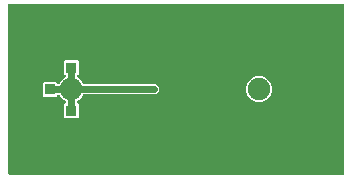
<source format=gbl>
G04 EAGLE Gerber RS-274X export*
G75*
%MOMM*%
%FSLAX34Y34*%
%LPD*%
%INBottom Copper*%
%IPPOS*%
%AMOC8*
5,1,8,0,0,1.08239X$1,22.5*%
G01*
%ADD10C,1.905000*%
%ADD11P,2.749271X8X202.500000*%
%ADD12P,2.749271X8X22.500000*%
%ADD13R,0.950000X0.950000*%
%ADD14C,0.654000*%
%ADD15C,0.558800*%
%ADD16C,0.558800*%

G36*
X287548Y3814D02*
X287548Y3814D01*
X287567Y3812D01*
X287669Y3834D01*
X287771Y3850D01*
X287788Y3860D01*
X287808Y3864D01*
X287897Y3917D01*
X287988Y3966D01*
X288002Y3980D01*
X288019Y3990D01*
X288086Y4069D01*
X288158Y4144D01*
X288166Y4162D01*
X288179Y4177D01*
X288218Y4273D01*
X288261Y4367D01*
X288263Y4387D01*
X288271Y4405D01*
X288289Y4572D01*
X288289Y147828D01*
X288286Y147848D01*
X288288Y147867D01*
X288266Y147969D01*
X288250Y148071D01*
X288240Y148088D01*
X288236Y148108D01*
X288183Y148197D01*
X288134Y148288D01*
X288120Y148302D01*
X288110Y148319D01*
X288031Y148386D01*
X287956Y148458D01*
X287938Y148466D01*
X287923Y148479D01*
X287827Y148518D01*
X287733Y148561D01*
X287713Y148563D01*
X287695Y148571D01*
X287528Y148589D01*
X4572Y148589D01*
X4552Y148586D01*
X4533Y148588D01*
X4431Y148566D01*
X4329Y148550D01*
X4312Y148540D01*
X4292Y148536D01*
X4203Y148483D01*
X4112Y148434D01*
X4098Y148420D01*
X4081Y148410D01*
X4014Y148331D01*
X3942Y148256D01*
X3934Y148238D01*
X3921Y148223D01*
X3882Y148127D01*
X3839Y148033D01*
X3837Y148013D01*
X3829Y147995D01*
X3811Y147828D01*
X3811Y4572D01*
X3814Y4552D01*
X3812Y4533D01*
X3834Y4431D01*
X3850Y4329D01*
X3860Y4312D01*
X3864Y4292D01*
X3917Y4203D01*
X3966Y4112D01*
X3980Y4098D01*
X3990Y4081D01*
X4069Y4014D01*
X4144Y3942D01*
X4162Y3934D01*
X4177Y3921D01*
X4273Y3882D01*
X4367Y3839D01*
X4387Y3837D01*
X4405Y3829D01*
X4572Y3811D01*
X287528Y3811D01*
X287548Y3814D01*
G37*
%LPC*%
G36*
X51768Y51775D02*
X51768Y51775D01*
X50875Y52668D01*
X50875Y63432D01*
X51768Y64325D01*
X52070Y64325D01*
X52090Y64328D01*
X52109Y64326D01*
X52211Y64348D01*
X52313Y64364D01*
X52330Y64374D01*
X52350Y64378D01*
X52439Y64431D01*
X52530Y64480D01*
X52544Y64494D01*
X52561Y64504D01*
X52628Y64583D01*
X52700Y64658D01*
X52708Y64676D01*
X52721Y64691D01*
X52760Y64787D01*
X52803Y64881D01*
X52805Y64901D01*
X52813Y64919D01*
X52831Y65086D01*
X52831Y65520D01*
X52812Y65635D01*
X52795Y65751D01*
X52793Y65757D01*
X52792Y65763D01*
X52737Y65865D01*
X52684Y65970D01*
X52679Y65975D01*
X52676Y65980D01*
X52592Y66060D01*
X52508Y66143D01*
X52502Y66146D01*
X52498Y66150D01*
X52481Y66157D01*
X52361Y66223D01*
X50891Y66833D01*
X47783Y69941D01*
X47173Y71411D01*
X47111Y71511D01*
X47052Y71611D01*
X47047Y71615D01*
X47044Y71620D01*
X46953Y71695D01*
X46865Y71771D01*
X46859Y71773D01*
X46854Y71777D01*
X46746Y71819D01*
X46637Y71863D01*
X46629Y71864D01*
X46625Y71865D01*
X46606Y71866D01*
X46470Y71881D01*
X46036Y71881D01*
X46016Y71878D01*
X45997Y71880D01*
X45895Y71858D01*
X45793Y71842D01*
X45776Y71832D01*
X45756Y71828D01*
X45667Y71775D01*
X45576Y71726D01*
X45562Y71712D01*
X45545Y71702D01*
X45478Y71623D01*
X45406Y71548D01*
X45398Y71530D01*
X45385Y71515D01*
X45346Y71419D01*
X45303Y71325D01*
X45301Y71305D01*
X45293Y71287D01*
X45275Y71120D01*
X45275Y70818D01*
X44382Y69925D01*
X33618Y69925D01*
X32725Y70818D01*
X32725Y81582D01*
X33618Y82475D01*
X44382Y82475D01*
X45275Y81582D01*
X45275Y81280D01*
X45278Y81260D01*
X45276Y81241D01*
X45298Y81139D01*
X45314Y81037D01*
X45324Y81020D01*
X45328Y81000D01*
X45381Y80911D01*
X45430Y80820D01*
X45444Y80806D01*
X45454Y80789D01*
X45533Y80722D01*
X45608Y80650D01*
X45626Y80642D01*
X45641Y80629D01*
X45737Y80590D01*
X45831Y80547D01*
X45851Y80545D01*
X45869Y80537D01*
X46036Y80519D01*
X46470Y80519D01*
X46585Y80538D01*
X46701Y80555D01*
X46707Y80557D01*
X46713Y80558D01*
X46815Y80613D01*
X46920Y80666D01*
X46925Y80671D01*
X46930Y80674D01*
X47010Y80758D01*
X47093Y80842D01*
X47096Y80848D01*
X47100Y80852D01*
X47107Y80869D01*
X47173Y80989D01*
X47783Y82459D01*
X50891Y85567D01*
X52361Y86177D01*
X52461Y86239D01*
X52561Y86298D01*
X52565Y86303D01*
X52570Y86306D01*
X52645Y86397D01*
X52721Y86485D01*
X52723Y86491D01*
X52727Y86496D01*
X52769Y86604D01*
X52813Y86713D01*
X52814Y86721D01*
X52815Y86725D01*
X52816Y86744D01*
X52831Y86880D01*
X52831Y87314D01*
X52828Y87334D01*
X52830Y87353D01*
X52808Y87455D01*
X52792Y87557D01*
X52782Y87574D01*
X52778Y87594D01*
X52725Y87683D01*
X52676Y87774D01*
X52662Y87788D01*
X52652Y87805D01*
X52573Y87872D01*
X52498Y87944D01*
X52480Y87952D01*
X52465Y87965D01*
X52369Y88004D01*
X52275Y88047D01*
X52255Y88049D01*
X52237Y88057D01*
X52070Y88075D01*
X51768Y88075D01*
X50875Y88968D01*
X50875Y99732D01*
X51768Y100625D01*
X62532Y100625D01*
X63425Y99732D01*
X63425Y88968D01*
X62532Y88075D01*
X62230Y88075D01*
X62210Y88072D01*
X62191Y88074D01*
X62089Y88052D01*
X61987Y88036D01*
X61970Y88026D01*
X61950Y88022D01*
X61861Y87969D01*
X61770Y87920D01*
X61756Y87906D01*
X61739Y87896D01*
X61672Y87817D01*
X61600Y87742D01*
X61592Y87724D01*
X61579Y87709D01*
X61540Y87613D01*
X61497Y87519D01*
X61495Y87499D01*
X61487Y87481D01*
X61469Y87314D01*
X61469Y86880D01*
X61488Y86765D01*
X61505Y86649D01*
X61507Y86643D01*
X61508Y86637D01*
X61563Y86535D01*
X61616Y86430D01*
X61621Y86425D01*
X61624Y86420D01*
X61708Y86340D01*
X61792Y86257D01*
X61798Y86254D01*
X61802Y86250D01*
X61819Y86243D01*
X61939Y86177D01*
X63409Y85567D01*
X66517Y82459D01*
X67127Y80989D01*
X67189Y80889D01*
X67248Y80789D01*
X67253Y80785D01*
X67256Y80780D01*
X67347Y80705D01*
X67435Y80629D01*
X67441Y80627D01*
X67446Y80623D01*
X67554Y80581D01*
X67663Y80537D01*
X67671Y80536D01*
X67675Y80535D01*
X67694Y80534D01*
X67830Y80519D01*
X128789Y80519D01*
X131319Y77989D01*
X131319Y74411D01*
X128789Y71881D01*
X67830Y71881D01*
X67715Y71862D01*
X67599Y71845D01*
X67593Y71843D01*
X67587Y71842D01*
X67485Y71787D01*
X67380Y71734D01*
X67375Y71729D01*
X67370Y71726D01*
X67290Y71642D01*
X67207Y71558D01*
X67204Y71552D01*
X67200Y71548D01*
X67193Y71531D01*
X67127Y71411D01*
X66517Y69941D01*
X63409Y66833D01*
X61939Y66223D01*
X61839Y66161D01*
X61739Y66102D01*
X61735Y66097D01*
X61730Y66094D01*
X61655Y66003D01*
X61579Y65915D01*
X61577Y65909D01*
X61573Y65904D01*
X61531Y65796D01*
X61487Y65687D01*
X61486Y65679D01*
X61485Y65675D01*
X61484Y65656D01*
X61469Y65520D01*
X61469Y65086D01*
X61472Y65066D01*
X61470Y65047D01*
X61492Y64945D01*
X61508Y64843D01*
X61518Y64826D01*
X61522Y64806D01*
X61575Y64717D01*
X61624Y64626D01*
X61638Y64612D01*
X61648Y64595D01*
X61727Y64528D01*
X61802Y64456D01*
X61820Y64448D01*
X61835Y64435D01*
X61931Y64396D01*
X62025Y64353D01*
X62045Y64351D01*
X62063Y64343D01*
X62230Y64325D01*
X62532Y64325D01*
X63425Y63432D01*
X63425Y52668D01*
X62532Y51775D01*
X51768Y51775D01*
G37*
%LPD*%
%LPC*%
G36*
X213702Y65150D02*
X213702Y65150D01*
X209641Y66833D01*
X206533Y69941D01*
X204850Y74002D01*
X204850Y78398D01*
X206533Y82459D01*
X209641Y85567D01*
X213702Y87250D01*
X218098Y87250D01*
X222159Y85567D01*
X225267Y82459D01*
X226950Y78398D01*
X226950Y74002D01*
X225267Y69941D01*
X222159Y66833D01*
X218098Y65150D01*
X213702Y65150D01*
G37*
%LPD*%
D10*
X57150Y76200D03*
D11*
X82550Y50800D03*
X82550Y101600D03*
X31750Y101600D03*
X31750Y50800D03*
D10*
X215900Y76200D03*
D12*
X185900Y106200D03*
X245900Y106200D03*
X245900Y46200D03*
X185900Y46200D03*
D13*
X57150Y94350D03*
X57150Y108850D03*
X39000Y76200D03*
X24500Y76200D03*
X57150Y58050D03*
X57150Y43550D03*
D14*
X101600Y88900D03*
X101600Y63500D03*
X152400Y88900D03*
X152400Y63500D03*
X177800Y88900D03*
X177800Y63500D03*
X57150Y119380D03*
X68873Y112461D03*
X68978Y40318D03*
X57260Y33365D03*
X45537Y40284D03*
X21151Y64600D03*
X14197Y76317D03*
X21117Y88040D03*
X45432Y112427D03*
X19050Y12700D03*
X44450Y12700D03*
X69850Y12700D03*
X95250Y12700D03*
X146050Y12700D03*
X171450Y12700D03*
X196850Y12700D03*
X222250Y12700D03*
X247650Y12700D03*
X273050Y12700D03*
X19050Y139700D03*
X44450Y139700D03*
X69850Y139700D03*
X95250Y139700D03*
X146050Y139700D03*
X171450Y139700D03*
X196850Y139700D03*
X222250Y139700D03*
X247650Y139700D03*
X273050Y139700D03*
X19050Y114300D03*
X19050Y38100D03*
X273050Y114300D03*
X273050Y38100D03*
X273050Y63500D03*
X273050Y88900D03*
X127000Y88900D03*
X127000Y63500D03*
X215900Y114300D03*
X227674Y112460D03*
X252180Y88056D03*
X254068Y76290D03*
X252229Y64516D03*
X227825Y40010D03*
X216058Y38122D03*
X204284Y39961D03*
X204134Y112411D03*
X120650Y139700D03*
X120650Y12700D03*
D15*
X127000Y76200D02*
X57150Y76200D01*
D16*
X127000Y76200D03*
X120650Y76200D03*
D15*
X57150Y76200D02*
X57150Y94350D01*
X57150Y76200D02*
X39000Y76200D01*
X57150Y76200D02*
X57150Y58050D01*
M02*

</source>
